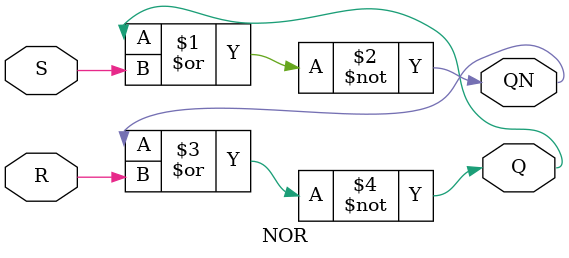
<source format=sv>
`timescale 1ns / 1ps


module NOR(
    input R,S,
    output Q,QN
    );
    
    //logic A1,A2,A3,A4;
    assign #1 QN = ~(Q|S);
    assign #1 Q = ~(QN|R);
endmodule

</source>
